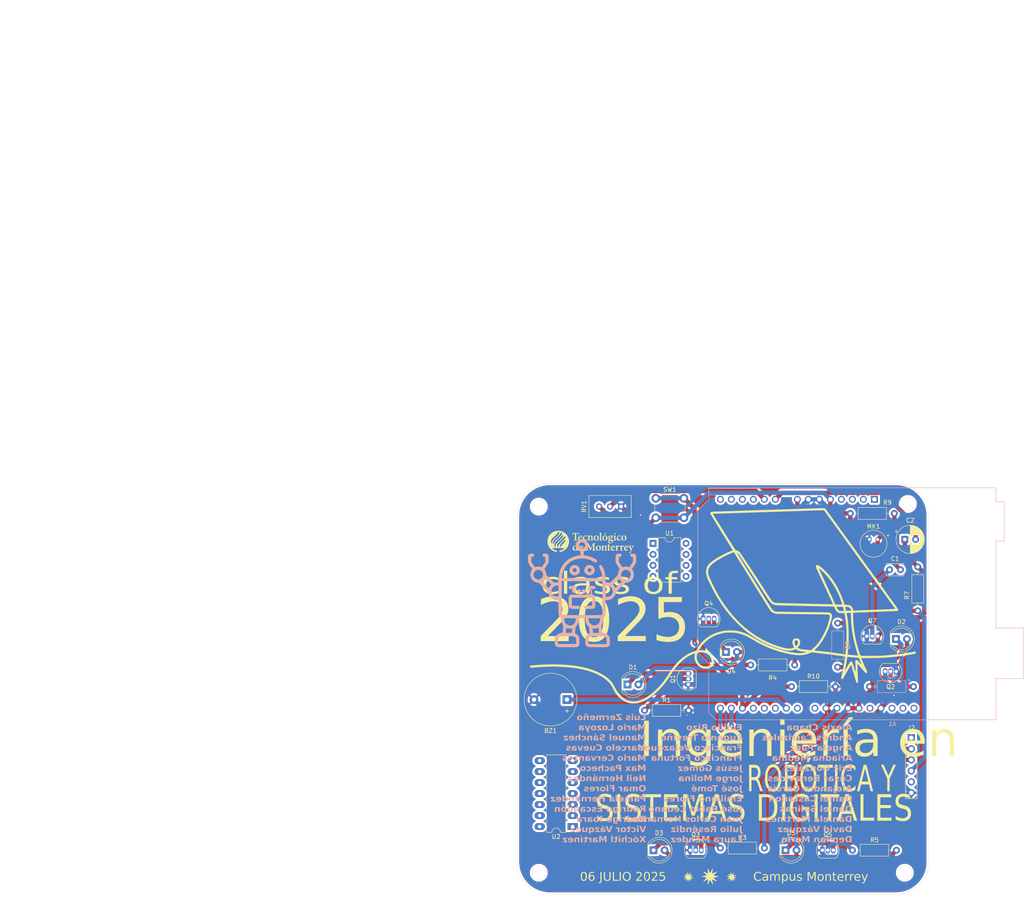
<source format=kicad_pcb>
(kicad_pcb (version 20241229) (generator "pcbnew") (generator_version "9.0")
  (layers (0 "F.Cu" signal) (2 "B.Cu" signal) (13 "F.Paste" user) (15 "B.Paste" user) (5 "F.SilkS" user "F.Silkscreen") (7 "B.SilkS" user "B.Silkscreen") (1 "F.Mask" user) (3 "B.Mask" user) (25 "Edge.Cuts" user))
  (net 0 "")
  (net 12 "Net-(A1-+5V)")
  (net 13 "GND")
  (net 14 "Net-(A1-A0)")
  (net 15 "Net-(A1-D1{slash}TX)")
  (net 16 "Net-(A1-D5)")
  (net 17 "/LEDSchem/PinName")
  (net 18 "Net-(A1-3V3)")
  (net 19 "Net-(A1-A1)")
  (net 20 "/LEDSchem5/PinName")
  (net 21 "/LEDSchem2/PinName")
  (net 22 "Net-(A1-D2)")
  (net 23 "Net-(A1-D6)")
  (net 24 "Net-(A1-~{RESET})")
  (net 25 "Net-(A1-IOREF)")
  (net 26 "Net-(A1-D0{slash}RX)")
  (net 27 "Net-(Q7-B)")
  (net 28 "Net-(MK1-+)")
  (net 29 "Net-(Q7-C)")
  (net 30 "Net-(D1-K)")
  (net 31 "Net-(D2-K)")
  (net 32 "Net-(D3-K)")
  (net 33 "Net-(D4-K)")
  (net 34 "Net-(D5-K)")
  (net 37 "Net-(Q1-B)")
  (net 38 "Net-(Q2-B)")
  (net 39 "Net-(Q3-B)")
  (net 40 "Net-(Q4-B)")
  (net 41 "Net-(Q5-B)")
  (footprint "Resistor_THT:R_Axial_DIN0207_L6.3mm_D2.5mm_P10.16mm_Horizontal" (layer "F.Cu") (at 94.42 102.5)
    (property "Reference" "R1" (at 5.08 -2.37 0) (layer "F.SilkS"))
    (property "Value" "R")
    (pad "1" thru_hole circle (at 0 0) (size 1.6 1.6) (drill 0.8) (layers "*.Cu" "*.Mask") (net 37 "Net-(Q1-B)"))
    (pad "2" thru_hole oval (at 10.16 0) (size 1.6 1.6) (drill 0.8) (layers "*.Cu" "*.Mask") (net 13 "GND"))
  )
  (footprint "LED_THT:LED_D5.0mm" (layer "F.Cu") (at 113.2 89)
    (property "Reference" "D4" (at 1.27 4.5 0) (layer "F.SilkS"))
    (property "Value" "LED")
    (pad "1" thru_hole rect (at 0 0) (size 1.8 1.8) (drill 0.9) (layers "*.Cu" "*.Mask") (net 33 "Net-(D4-K)"))
    (pad "2" thru_hole circle (at 2.54 0) (size 1.8 1.8) (drill 0.9) (layers "*.Cu" "*.Mask") (net 17 "/LEDSchem/PinName"))
  )
  (footprint "Resistor_THT:R_Axial_DIN0207_L6.3mm_D2.5mm_P10.16mm_Horizontal" (layer "F.Cu") (at 141.92 57)
    (property "Reference" "R9" (at 8.58 -2.5 0) (layer "F.SilkS"))
    (property "Value" "R")
    (pad "1" thru_hole circle (at 0 0) (size 1.6 1.6) (drill 0.8) (layers "*.Cu" "*.Mask") (net 12 "Net-(A1-+5V)"))
    (pad "2" thru_hole oval (at 10.16 0) (size 1.6 1.6) (drill 0.8) (layers "*.Cu" "*.Mask") (net 28 "Net-(MK1-+)"))
  )
  (footprint "LOGO" (layer "F.Cu") (at 82 63.6)
    (property "Reference" "G***" (hide yes))
    (property "Value" "LOGO" (hide yes))
  )
  (footprint "Resistor_THT:R_Axial_DIN0207_L6.3mm_D2.5mm_P10.16mm_Horizontal" (layer "F.Cu") (at 142.42 134.8)
    (property "Reference" "R5" (at 5.08 -2.37 0) (layer "F.SilkS"))
    (property "Value" "R")
    (pad "1" thru_hole circle (at 0 0) (size 1.6 1.6) (drill 0.8) (layers "*.Cu" "*.Mask") (net 41 "Net-(Q5-B)"))
    (pad "2" thru_hole oval (at 10.16 0) (size 1.6 1.6) (drill 0.8) (layers "*.Cu" "*.Mask") (net 17 "/LEDSchem/PinName"))
  )
  (footprint "Resistor_THT:R_Axial_DIN0207_L6.3mm_D2.5mm_P10.16mm_Horizontal" (layer "F.Cu") (at 128.34 97)
    (property "Reference" "R10" (at 5.08 -2.37 0) (layer "F.SilkS"))
    (property "Value" "R")
    (pad "1" thru_hole circle (at 0 0) (size 1.6 1.6) (drill 0.8) (layers "*.Cu" "*.Mask") (net 22 "Net-(A1-D2)"))
    (pad "2" thru_hole oval (at 10.16 0) (size 1.6 1.6) (drill 0.8) (layers "*.Cu" "*.Mask") (net 13 "GND"))
  )
  (footprint "Sensor_Audio:POM-2244P-C3310-2-R" (layer "F.Cu") (at 146.3325 63)
    (property "Reference" "MK1" (at 0.95 -3 0) (layer "F.SilkS"))
    (property "Value" "Microphone")
    (pad "1" thru_hole roundrect (at 0 0) (size 1 1) (drill 0.65) (layers "*.Cu" "*.Mask") (net 13 "GND"))
    (pad "2" thru_hole circle (at 1.9 0) (size 1 1) (drill 0.65) (layers "*.Cu" "*.Mask") (net 28 "Net-(MK1-+)"))
  )
  (footprint "Package_TO_SOT_THT:TO-92_Inline" (layer "F.Cu") (at 152.5 93.5 180)
    (property "Reference" "Q2" (at 1.27 -3.56 0) (layer "F.SilkS"))
    (property "Value" "2N2219")
    (pad "1" thru_hole rect (at 0 0 180) (size 1.05 1.5) (drill 0.75) (layers "*.Cu" "*.Mask") (net 13 "GND"))
    (pad "2" thru_hole oval (at 1.27 0 180) (size 1.05 1.5) (drill 0.75) (layers "*.Cu" "*.Mask") (net 38 "Net-(Q2-B)"))
    (pad "3" thru_hole oval (at 2.54 0 180) (size 1.05 1.5) (drill 0.75) (layers "*.Cu" "*.Mask") (net 31 "Net-(D2-K)"))
  )
  (footprint "Package_TO_SOT_THT:TO-92_Inline" (layer "F.Cu") (at 104.5 96.5 90)
    (property "Reference" "Q1" (at 1.27 -3.56 90) (layer "F.SilkS"))
    (property "Value" "2N2219")
    (pad "1" thru_hole rect (at 0 0 90) (size 1.05 1.5) (drill 0.75) (layers "*.Cu" "*.Mask") (net 13 "GND"))
    (pad "2" thru_hole oval (at 1.27 0 90) (size 1.05 1.5) (drill 0.75) (layers "*.Cu" "*.Mask") (net 37 "Net-(Q1-B)"))
    (pad "3" thru_hole oval (at 2.54 0 90) (size 1.05 1.5) (drill 0.75) (layers "*.Cu" "*.Mask") (net 30 "Net-(D1-K)"))
  )
  (footprint "Capacitor_THT:C_Disc_D3.8mm_W2.6mm_P2.50mm" (layer "F.Cu") (at 151 70)
    (property "Reference" "C1" (at 1.25 -2.55 0) (layer "F.SilkS"))
    (property "Value" "C_ceramico")
    (pad "1" thru_hole circle (at 0 0) (size 1.6 1.6) (drill 0.8) (layers "*.Cu" "*.Mask") (net 27 "Net-(Q7-B)"))
    (pad "2" thru_hole circle (at 2.5 0) (size 1.6 1.6) (drill 0.8) (layers "*.Cu" "*.Mask") (net 28 "Net-(MK1-+)"))
  )
  (footprint "Package_DIP:DIP-8_W7.62mm" (layer "F.Cu") (at 96.38 63.92)
    (property "Reference" "U1" (at 3.81 -2.33 0) (layer "F.SilkS"))
    (property "Value" "LM358")
    (pad "1" thru_hole rect (at 0 0) (size 1.6 1.6) (drill 0.8) (layers "*.Cu" "*.Mask"))
    (pad "2" thru_hole oval (at 0 2.54) (size 1.6 1.6) (drill 0.8) (layers "*.Cu" "*.Mask"))
    (pad "3" thru_hole oval (at 0 5.08) (size 1.6 1.6) (drill 0.8) (layers "*.Cu" "*.Mask"))
    (pad "4" thru_hole oval (at 0 7.62) (size 1.6 1.6) (drill 0.8) (layers "*.Cu" "*.Mask"))
    (pad "5" thru_hole oval (at 7.62 7.62) (size 1.6 1.6) (drill 0.8) (layers "*.Cu" "*.Mask"))
    (pad "6" thru_hole oval (at 7.62 5.08) (size 1.6 1.6) (drill 0.8) (layers "*.Cu" "*.Mask"))
    (pad "7" thru_hole oval (at 7.62 2.54) (size 1.6 1.6) (drill 0.8) (layers "*.Cu" "*.Mask"))
    (pad "8" thru_hole oval (at 7.62 0) (size 1.6 1.6) (drill 0.8) (layers "*.Cu" "*.Mask"))
  )
  (footprint "LED_THT:LED_D5.0mm" (layer "F.Cu") (at 152.46 86)
    (property "Reference" "D2" (at 1.27 -3.96 0) (layer "F.SilkS"))
    (property "Value" "LED")
    (pad "1" thru_hole rect (at 0 0) (size 1.8 1.8) (drill 0.9) (layers "*.Cu" "*.Mask") (net 31 "Net-(D2-K)"))
    (pad "2" thru_hole circle (at 2.54 0) (size 1.8 1.8) (drill 0.9) (layers "*.Cu" "*.Mask") (net 17 "/LEDSchem/PinName"))
  )
  (footprint "Package_TO_SOT_THT:TO-92_Inline" (layer "F.Cu") (at 145.73 85.36)
    (property "Reference" "Q7" (at 1.27 -3.56 0) (layer "F.SilkS"))
    (property "Value" "2N2219")
    (pad "1" thru_hole rect (at 0 0) (size 1.05 1.5) (drill 0.75) (layers "*.Cu" "*.Mask") (net 13 "GND"))
    (pad "2" thru_hole oval (at 1.27 0) (size 1.05 1.5) (drill 0.75) (layers "*.Cu" "*.Mask") (net 27 "Net-(Q7-B)"))
    (pad "3" thru_hole oval (at 2.54 0) (size 1.05 1.5) (drill 0.75) (layers "*.Cu" "*.Mask") (net 29 "Net-(Q7-C)"))
  )
  (footprint "LED_THT:LED_D5.0mm" (layer "F.Cu") (at 90.46 96.5)
    (property "Reference" "D1" (at 1.27 -3.96 0) (layer "F.SilkS"))
    (property "Value" "LED")
    (pad "1" thru_hole rect (at 0 0) (size 1.8 1.8) (drill 0.9) (layers "*.Cu" "*.Mask") (net 30 "Net-(D1-K)"))
    (pad "2" thru_hole circle (at 2.54 0) (size 1.8 1.8) (drill 0.9) (layers "*.Cu" "*.Mask") (net 17 "/LEDSchem/PinName"))
  )
  (footprint "Package_DIP:DIP-14_W7.62mm_LongPads" (layer "F.Cu") (at 77.82 129.34 180)
    (property "Reference" "U2" (at 3.81 -2.33 0) (layer "F.SilkS"))
    (property "Value" "74LS08")
    (pad "1" thru_hole rect (at 0 0 180) (size 2.4 1.6) (drill 0.8) (layers "*.Cu" "*.Mask"))
    (pad "2" thru_hole oval (at 0 2.54 180) (size 2.4 1.6) (drill 0.8) (layers "*.Cu" "*.Mask"))
    (pad "3" thru_hole oval (at 0 5.08 180) (size 2.4 1.6) (drill 0.8) (layers "*.Cu" "*.Mask"))
    (pad "4" thru_hole oval (at 0 7.62 180) (size 2.4 1.6) (drill 0.8) (layers "*.Cu" "*.Mask"))
    (pad "5" thru_hole oval (at 0 10.16 180) (size 2.4 1.6) (drill 0.8) (layers "*.Cu" "*.Mask"))
    (pad "6" thru_hole oval (at 0 12.7 180) (size 2.4 1.6) (drill 0.8) (layers "*.Cu" "*.Mask"))
    (pad "7" thru_hole oval (at 0 15.24 180) (size 2.4 1.6) (drill 0.8) (layers "*.Cu" "*.Mask"))
    (pad "8" thru_hole oval (at 7.62 15.24 180) (size 2.4 1.6) (drill 0.8) (layers "*.Cu" "*.Mask"))
    (pad "9" thru_hole oval (at 7.62 12.7 180) (size 2.4 1.6) (drill 0.8) (layers "*.Cu" "*.Mask"))
    (pad "10" thru_hole oval (at 7.62 10.16 180) (size 2.4 1.6) (drill 0.8) (layers "*.Cu" "*.Mask"))
    (pad "11" thru_hole oval (at 7.62 7.62 180) (size 2.4 1.6) (drill 0.8) (layers "*.Cu" "*.Mask"))
    (pad "12" thru_hole oval (at 7.62 5.08 180) (size 2.4 1.6) (drill 0.8) (layers "*.Cu" "*.Mask"))
    (pad "13" thru_hole oval (at 7.62 2.54 180) (size 2.4 1.6) (drill 0.8) (layers "*.Cu" "*.Mask"))
    (pad "14" thru_hole oval (at 7.62 0 180) (size 2.4 1.6) (drill 0.8) (layers "*.Cu" "*.Mask"))
  )
  (footprint "LED_THT:LED_D5.0mm" (layer "F.Cu") (at 96.5 134.8)
    (property "Reference" "D3" (at 1.27 -3.96 0) (layer "F.SilkS"))
    (property "Value" "LED")
    (pad "1" thru_hole rect (at 0 0) (size 1.8 1.8) (drill 0.9) (layers "*.Cu" "*.Mask") (net 32 "Net-(D3-K)"))
    (pad "2" thru_hole circle (at 2.54 0) (size 1.8 1.8) (drill 0.9) (layers "*.Cu" "*.Mask") (net 17 "/LEDSchem/PinName"))
  )
  (footprint "Potentiometer_THT:Potentiometer_Bourns_3386C_Horizontal" (layer "F.Cu") (at 83.92 55.4 90)
    (property "Reference" "RV1" (at 0 -3.475 90) (layer "F.SilkS"))
    (property "Value" "R_Potentiometer")
    (pad "1" thru_hole circle (at 0 0 90) (size 1.44 1.44) (drill 0.8) (layers "*.Cu" "*.Mask") (net 12 "Net-(A1-+5V)"))
    (pad "2" thru_hole circle (at 0 2.54 90) (size 1.44 1.44) (drill 0.8) (layers "*.Cu" "*.Mask") (net 19 "Net-(A1-A1)"))
    (pad "3" thru_hole circle (at 0 5.08 90) (size 1.44 1.44) (drill 0.8) (layers "*.Cu" "*.Mask") (net 13 "GND"))
  )
  (footprint "Package_TO_SOT_THT:TO-92_Inline" (layer "F.Cu") (at 135.46 134.8)
    (property "Reference" "Q5" (at 1.27 -3.56 0) (layer "F.SilkS"))
    (property "Value" "2N2219")
    (pad "1" thru_hole rect (at 0 0) (size 1.05 1.5) (drill 0.75) (layers "*.Cu" "*.Mask") (net 13 "GND"))
    (pad "2" thru_hole oval (at 1.27 0) (size 1.05 1.5) (drill 0.75) (layers "*.Cu" "*.Mask") (net 41 "Net-(Q5-B)"))
    (pad "3" thru_hole oval (at 2.54 0) (size 1.05 1.5) (drill 0.75) (layers "*.Cu" "*.Mask") (net 34 "Net-(D5-K)"))
  )
  (footprint "LOGO" (layer "F.Cu") (at 112.5 77.5)
    (property "Reference" "G***" (hide yes))
    (property "Value" "LOGO" (hide yes))
  )
  (footprint "Connector_PinHeader_2.54mm:PinHeader_1x06_P2.54mm_Vertical" (layer "F.Cu") (at 156 108.84)
    (property "Reference" "J2" (at 0 -2.33 0) (layer "F.SilkS"))
    (property "Value" "FTDI Connector")
    (pad "1" thru_hole rect (at 0 0) (size 1.7 1.7) (drill 1) (layers "*.Cu" "*.Mask"))
    (pad "2" thru_hole oval (at 0 2.54) (size 1.7 1.7) (drill 1) (layers "*.Cu" "*.Mask") (net 15 "Net-(A1-D1{slash}TX)"))
    (pad "3" thru_hole oval (at 0 5.08) (size 1.7 1.7) (drill 1) (layers "*.Cu" "*.Mask") (net 26 "Net-(A1-D0{slash}RX)"))
    (pad "4" thru_hole oval (at 0 7.62) (size 1.7 1.7) (drill 1) (layers "*.Cu" "*.Mask") (net 12 "Net-(A1-+5V)"))
    (pad "5" thru_hole oval (at 0 10.16) (size 1.7 1.7) (drill 1) (layers "*.Cu" "*.Mask"))
    (pad "6" thru_hole oval (at 0 12.7) (size 1.7 1.7) (drill 1) (layers "*.Cu" "*.Mask") (net 13 "GND"))
  )
  (footprint "Package_TO_SOT_THT:TO-92_Inline" (layer "F.Cu") (at 104.96 134.8)
    (property "Reference" "Q3" (at 1.27 -3.56 0) (layer "F.SilkS"))
    (property "Value" "2N2219")
    (pad "1" thru_hole rect (at 0 0) (size 1.05 1.5) (drill 0.75) (layers "*.Cu" "*.Mask") (net 13 "GND"))
    (pad "2" thru_hole oval (at 1.27 0) (size 1.05 1.5) (drill 0.75) (layers "*.Cu" "*.Mask") (net 39 "Net-(Q3-B)"))
    (pad "3" thru_hole oval (at 2.54 0) (size 1.05 1.5) (drill 0.75) (layers "*.Cu" "*.Mask") (net 32 "Net-(D3-K)"))
  )
  (footprint "Resistor_THT:R_Axial_DIN0207_L6.3mm_D2.5mm_P10.16mm_Horizontal" (layer "F.Cu") (at 111.92 134.3)
    (property "Reference" "R3" (at 5.08 -2.37 0) (layer "F.SilkS"))
    (property "Value" "R")
    (pad "1" thru_hole circle (at 0 0) (size 1.6 1.6) (drill 0.8) (layers "*.Cu" "*.Mask") (net 39 "Net-(Q3-B)"))
    (pad "2" thru_hole oval (at 10.16 0) (size 1.6 1.6) (drill 0.8) (layers "*.Cu" "*.Mask") (net 21 "/LEDSchem2/PinName"))
  )
  (footprint "LOGO" (layer "F.Cu") (at 109.5 142.2)
    (property "Reference" "G***" (hide yes))
    (property "Value" "LOGO" (hide yes))
  )
  (footprint "Buzzer_Beeper:Buzzer_12x9.5RM7.6" (layer "F.Cu") (at 76.5 100 180)
    (property "Reference" "BZ1" (at 3.8 -7.2 0) (layer "F.SilkS"))
    (property "Value" "Buzzer")
    (fp_text user "+" (at -0.01 -2.54 0) (layer "F.SilkS"))
    (pad "1" thru_hole rect (at 0 0 180) (size 2 2) (drill 1) (layers "*.Cu" "*.Mask") (net 23 "Net-(A1-D6)"))
    (pad "2" thru_hole circle (at 7.6 0 180) (size 2 2) (drill 1) (layers "*.Cu" "*.Mask") (net 13 "GND"))
  )
  (footprint "Button_Switch_THT:SW_PUSH_6mm" (layer "F.Cu") (at 97 53.5)
    (property "Reference" "SW1" (at 3.25 -2 0) (layer "F.SilkS"))
    (property "Value" "SW_Push")
    (pad "1" thru_hole circle (at 0 0 90) (size 2 2) (drill 1.1) (layers "*.Cu" "*.Mask") (net 22 "Net-(A1-D2)"))
    (pad "1" thru_hole circle (at 6.5 0 90) (size 2 2) (drill 1.1) (layers "*.Cu" "*.Mask") (net 22 "Net-(A1-D2)"))
    (pad "2" thru_hole circle (at 0 4.5 90) (size 2 2) (drill 1.1) (layers "*.Cu" "*.Mask") (net 12 "Net-(A1-+5V)"))
    (pad "2" thru_hole circle (at 6.5 4.5 90) (size 2 2) (drill 1.1) (layers "*.Cu" "*.Mask") (net 12 "Net-(A1-+5V)"))
  )
  (footprint "Resistor_THT:R_Axial_DIN0207_L6.3mm_D2.5mm_P10.16mm_Horizontal" (layer "F.Cu") (at 157.5 79.5 90)
    (property "Reference" "R7" (at 3.58 -2.5 90) (layer "F.SilkS"))
    (property "Value" "R")
    (pad "1" thru_hole circle (at 0 0 90) (size 1.6 1.6) (drill 0.8) (layers "*.Cu" "*.Mask") (net 12 "Net-(A1-+5V)"))
    (pad "2" thru_hole oval (at 10.16 0 90) (size 1.6 1.6) (drill 0.8) (layers "*.Cu" "*.Mask") (net 29 "Net-(Q7-C)"))
  )
  (footprint "LED_THT:LED_D5.0mm" (layer "F.Cu") (at 126.96 134.8)
    (property "Reference" "D5" (at 1.27 -3.96 0) (layer "F.SilkS"))
    (property "Value" "LED")
    (pad "1" thru_hole rect (at 0 0) (size 1.8 1.8) (drill 0.9) (layers "*.Cu" "*.Mask") (net 34 "Net-(D5-K)"))
    (pad "2" thru_hole circle (at 2.54 0) (size 1.8 1.8) (drill 0.9) (layers "*.Cu" "*.Mask") (net 17 "/LEDSchem/PinName"))
  )
  (footprint "Capacitor_THT:CP_Radial_D6.3mm_P2.50mm" (layer "F.Cu") (at 154.5 63)
    (property "Reference" "C2" (at 1.25 -4.4 0) (layer "F.SilkS"))
    (property "Value" "C_Polarized")
    (pad "1" thru_hole rect (at 0 0) (size 1.6 1.6) (drill 0.8) (layers "*.Cu" "*.Mask") (net 29 "Net-(Q7-C)"))
    (pad "2" thru_hole circle (at 2.5 0) (size 1.6 1.6) (drill 0.8) (layers "*.Cu" "*.Mask") (net 14 "Net-(A1-A0)"))
  )
  (footprint "Resistor_THT:R_Axial_DIN0207_L6.3mm_D2.5mm_P10.16mm_Horizontal" (layer "F.Cu") (at 118.92 92)
    (property "Reference" "R4" (at 5.08 3 0) (layer "F.SilkS"))
    (property "Value" "R")
    (pad "1" thru_hole circle (at 0 0) (size 1.6 1.6) (drill 0.8) (layers "*.Cu" "*.Mask") (net 40 "Net-(Q4-B)"))
    (pad "2" thru_hole oval (at 10.16 0) (size 1.6 1.6) (drill 0.8) (layers "*.Cu" "*.Mask") (net 17 "/LEDSchem/PinName"))
  )
  (footprint "Package_TO_SOT_THT:TO-92_Inline" (layer "F.Cu") (at 107.96 81.36)
    (property "Reference" "Q4" (at 1.27 -3.56 0) (layer "F.SilkS"))
    (property "Value" "2N2219")
    (pad "1" thru_hole rect (at 0 0) (size 1.05 1.5) (drill 0.75) (layers "*.Cu" "*.Mask") (net 13 "GND"))
    (pad "2" thru_hole oval (at 1.27 0) (size 1.05 1.5) (drill 0.75) (layers "*.Cu" "*.Mask") (net 40 "Net-(Q4-B)"))
    (pad "3" thru_hole oval (at 2.54 0) (size 1.05 1.5) (drill 0.75) (layers "*.Cu" "*.Mask") (net 33 "Net-(D4-K)"))
  )
  (footprint "LOGO" (layer "B.Cu") (at 80 75.4 180)
    (property "Reference" "G***" (at 0 0 0) (layer "B.SilkS") (effects (font (size 1.5 1.5) (thickness 0.3)) (justify mirror)))
    (property "Value" "LOGO" (hide yes))
  )
  (footprint "Resistor_THT:R_Axial_DIN0207_L6.3mm_D2.5mm_P10.16mm_Horizontal" (layer "B.Cu") (at 139 92.5 90)
    (property "Reference" "R8" (at 5.08 2.37 90) (layer "B.SilkS") (effects (justify mirror)))
    (property "Value" "R")
    (pad "1" thru_hole circle (at 0 0 90) (size 1.6 1.6) (drill 0.8) (layers "*.Cu" "*.Mask") (net 29 "Net-(Q7-C)"))
    (pad "2" thru_hole oval (at 10.16 0 90) (size 1.6 1.6) (drill 0.8) (layers "*.Cu" "*.Mask") (net 27 "Net-(Q7-B)"))
  )
  (footprint "Resistor_THT:R_Axial_DIN0207_L6.3mm_D2.5mm_P10.16mm_Horizontal" (layer "B.Cu") (at 156.5 97 180)
    (property "Reference" "R2" (at 5.08 2.37 0) (layer "B.SilkS") (effects (justify mirror)))
    (property "Value" "R")
    (pad "1" thru_hole circle (at 0 0 180) (size 1.6 1.6) (drill 0.8) (layers "*.Cu" "*.Mask") (net 38 "Net-(Q2-B)"))
    (pad "2" thru_hole oval (at 10.16 0 180) (size 1.6 1.6) (drill 0.8) (layers "*.Cu" "*.Mask") (net 17 "/LEDSchem/PinName"))
  )
  (footprint "Module:Arduino_UNO_R3" (layer "B.Cu") (at 147.48 53.74 180)
    (property "Reference" "A1" (at -4.12 -51.86 0) (layer "B.SilkS") (effects (justify mirror)))
    (property "Value" "Arduino_UNO_R3")
    (pad "1" thru_hole rect (at 0 0 90) (size 1.6 1.6) (drill 1) (layers "*.Cu" "*.Mask"))
    (pad "2" thru_hole oval (at 2.54 0 90) (size 1.6 1.6) (drill 1) (layers "*.Cu" "*.Mask") (net 25 "Net-(A1-IOREF)"))
    (pad "3" thru_hole oval (at 5.08 0 90) (size 1.6 1.6) (drill 1) (layers "*.Cu" "*.Mask") (net 24 "Net-(A1-~{RESET})"))
    (pad "4" thru_hole oval (at 7.62 0 90) (size 1.6 1.6) (drill 1) (layers "*.Cu" "*.Mask") (net 18 "Net-(A1-3V3)"))
    (pad "5" thru_hole oval (at 10.16 0 90) (size 1.6 1.6) (drill 1) (layers "*.Cu" "*.Mask") (net 12 "Net-(A1-+5V)"))
    (pad "6" thru_hole oval (at 12.7 0 90) (size 1.6 1.6) (drill 1) (layers "*.Cu" "*.Mask") (net 13 "GND"))
    (pad "7" thru_hole oval (at 15.24 0 90) (size 1.6 1.6) (drill 1) (layers "*.Cu" "*.Mask") (net 13 "GND"))
    (pad "8" thru_hole oval (at 17.78 0 90) (size 1.6 1.6) (drill 1) (layers "*.Cu" "*.Mask") (net 17 "/LEDSchem/PinName"))
    (pad "9" thru_hole oval (at 22.86 0 90) (size 1.6 1.6) (drill 1) (layers "*.Cu" "*.Mask") (net 14 "Net-(A1-A0)"))
    (pad "10" thru_hole oval (at 25.4 0 90) (size 1.6 1.6) (drill 1) (layers "*.Cu" "*.Mask") (net 19 "Net-(A1-A1)"))
    (pad "11" thru_hole oval (at 27.94 0 90) (size 1.6 1.6) (drill 1) (layers "*.Cu" "*.Mask"))
    (pad "12" thru_hole oval (at 30.48 0 90) (size 1.6 1.6) (drill 1) (layers "*.Cu" "*.Mask"))
    (pad "13" thru_hole oval (at 33.02 0 90) (size 1.6 1.6) (drill 1) (layers "*.Cu" "*.Mask"))
    (pad "14" thru_hole oval (at 35.56 0 90) (size 1.6 1.6) (drill 1) (layers "*.Cu" "*.Mask"))
    (pad "15" thru_hole oval (at 35.56 -48.26 90) (size 1.6 1.6) (drill 1) (layers "*.Cu" "*.Mask") (net 26 "Net-(A1-D0{slash}RX)"))
    (pad "16" thru_hole oval (at 33.02 -48.26 90) (size 1.6 1.6) (drill 1) (layers "*.Cu" "*.Mask") (net 15 "Net-(A1-D1{slash}TX)"))
    (pad "17" thru_hole oval (at 30.48 -48.26 90) (size 1.6 1.6) (drill 1) (layers "*.Cu" "*.Mask") (net 22 "Net-(A1-D2)"))
    (pad "18" thru_hole oval (at 27.94 -48.26 90) (size 1.6 1.6) (drill 1) (layers "*.Cu" "*.Mask"))
    (pad "19" thru_hole oval (at 25.4 -48.26 90) (size 1.6 1.6) (drill 1) (layers "*.Cu" "*.Mask"))
    (pad "20" thru_hole oval (at 22.86 -48.26 90) (size 1.6 1.6) (drill 1) (layers "*.Cu" "*.Mask") (net 16 "Net-(A1-D5)"))
    (pad "21" thru_hole oval (at 20.32 -48.26 90) (size 1.6 1.6) (drill 1) (layers "*.Cu" "*.Mask") (net 23 "Net-(A1-D6)"))
    (pad "22" thru_hole oval (at 17.78 -48.26 90) (size 1.6 1.6) (drill 1) (layers "*.Cu" "*.Mask"))
    (pad "23" thru_hole oval (at 13.72 -48.26 90) (size 1.6 1.6) (drill 1) (layers "*.Cu" "*.Mask") (net 17 "/LEDSchem/PinName"))
    (pad "24" thru_hole oval (at 11.18 -48.26 90) (size 1.6 1.6) (drill 1) (layers "*.Cu" "*.Mask") (net 13 "GND"))
    (pad "25" thru_hole oval (at 8.64 -48.26 90) (size 1.6 1.6) (drill 1) (layers "*.Cu" "*.Mask") (net 21 "/LEDSchem2/PinName"))
    (pad "26" thru_hole oval (at 6.1 -48.26 90) (size 1.6 1.6) (drill 1) (layers "*.Cu" "*.Mask") (net 17 "/LEDSchem/PinName"))
    (pad "27" thru_hole oval (at 3.56 -48.26 90) (size 1.6 1.6) (drill 1) (layers "*.Cu" "*.Mask") (net 17 "/LEDSchem/PinName"))
    (pad "28" thru_hole oval (at 1.02 -48.26 90) (size 1.6 1.6) (drill 1) (layers "*.Cu" "*.Mask") (net 20 "/LEDSchem5/PinName"))
    (pad "29" thru_hole oval (at -1.52 -48.26 90) (size 1.6 1.6) (drill 1) (layers "*.Cu" "*.Mask") (net 13 "GND"))
    (pad "30" thru_hole oval (at -4.06 -48.26 90) (size 1.6 1.6) (drill 1) (layers "*.Cu" "*.Mask"))
    (pad "31" thru_hole oval (at -6.6 -48.26 90) (size 1.6 1.6) (drill 1) (layers "*.Cu" "*.Mask"))
    (pad "32" thru_hole oval (at -9.14 -48.26 90) (size 1.6 1.6) (drill 1) (layers "*.Cu" "*.Mask"))
  )
  (gr_circle (center 70 140) (end 71.5 140.5) (stroke (width 0.05)) (fill no) (layer "Edge.Cuts"))
  (gr_arc (start 65 57.5) (mid 67.196699 52.196699) (end 72.5 50) (stroke (width 0.05)) (layer "Edge.Cuts"))
  (gr_circle (center 154.5 140) (end 156 140.5) (stroke (width 0.05)) (fill no) (layer "Edge.Cuts"))
  (gr_arc (start 72.5 145) (mid 67.196699 142.803301) (end 65 137.5) (stroke (width 0.05)) (layer "Edge.Cuts"))
  (gr_arc (start 152.5 50) (mid 157.803301 52.196699) (end 160 57.5) (stroke (width 0.05)) (layer "Edge.Cuts"))
  (gr_arc (start 160 137.5) (mid 157.803301 142.803301) (end 152.5 145) (stroke (width 0.05)) (layer "Edge.Cuts"))
  (gr_circle (center 155.218861 54.8) (end 156.718861 55.3) (stroke (width 0.05)) (fill no) (layer "Edge.Cuts"))
  (gr_circle (center 70 55.418862) (end 71.5 55.918862) (stroke (width 0.05)) (fill no) (layer "Edge.Cuts"))
  (gr_line (start 65 137.5) (end 65 57.5) (stroke (width 0.05)) (layer "Edge.Cuts"))
  (gr_line (start 160 57.5) (end 160 137.5) (stroke (width 0.05)) (layer "Edge.Cuts"))
  (gr_line (start 152.5 145) (end 72.5 145) (stroke (width 0.05)) (layer "Edge.Cuts"))
  (gr_line (start 72.5 50) (end 152.5 50) (stroke (width 0.05)) (layer "Edge.Cuts"))
  (gr_text "ROBÓTICA Y" (at 118 122.2 0) (layer "F.SilkS") (effects (font (size 6 4) (thickness 0.1)) (justify left bottom)))
  (gr_text "Ingeniería en " (at 93.2 114.4 0) (layer "F.SilkS") (effects (font (size 8 8) (thickness 0.1)) (justify left bottom)))
  (gr_text "class of" (at 70.4 76.4 0) (layer "F.SilkS") (effects (font (size 5 6)) (justify left bottom)))
  (gr_text "06 JULIO 2025" (at 79.5 142.2 0) (layer "F.SilkS") (effects (font (size 2 2) (thickness 0.1)) (justify left bottom)))
  (gr_text "SISTEMAS DIGITALES" (at 83 129 0) (layer "F.SilkS") (effects (font (size 6 5) (thickness 0.1)) (justify left bottom)))
  (gr_text "Campus Monterrey" (at 119.5 142.2 0) (layer "F.SilkS") (effects (font (size 2 2) (thickness 0.1)) (justify left bottom)))
  (gr_text "2025" (at 69.4 88.2 0) (layer "F.SilkS") (effects (font (size 10 10) (thickness 0.1)) (justify left bottom)))
  (gr_text "Luis Zermeño\nMario Lozoya\nManuel Sánchez\nMarcelo Cuevas\nMario Cervantes\nMax Pacheco\nNeil Hernández\nOmar Flores\nPamela Hernández\nRodrigo Escandón\nRodrigo Ibara\nVictor Vázquez\nXóchitl Martínez" (at 94.8 133.2 0) (layer "B.SilkS") (effects (font (size 1.4 1.5) (thickness 0.3) (bold yes)) (justify left bottom mirror)))
  (gr_text "Emilio Rizo\nEugenio Treviño\nFrancisco Velazquez\nFrancisco Fortuna\nJesús Gómez\nJorge Molina\nJosé Tomé\nEmiliano Flores\nJosé Pablo Cedano\nJuan Carlos Hernández\nJulio Reséndiz\nLaura Méndez\n" (at 117 133.2 0) (layer "B.SilkS") (effects (font (size 1.4 1.5) (thickness 0.3) (bold yes)) (justify left bottom mirror)))
  (gr_text "Alexis Chapa\nAndrés Carrizales\nÁngela Páez\nAriadna Medina\nEric González\nCésar Benavides\nAlejandro García\nDaniel Castañon\nDaniel Salinas\nDaniela Martínez\nDavid Vázquez\nDemian Marín" (at 142.4 133.2 0) (layer "B.SilkS") (effects (font (size 1.4 1.5) (thickness 0.3) (bold yes)) (justify left bottom mirror)))
  (segment (start 97 58) (end 95.8 59.2) (width 1) (layer "F.Cu") (net 12))
  (segment (start 141.92 67.42) (end 154 79.5) (width 1) (layer "F.Cu") (net 12))
  (segment (start 138.5 57) (end 137.32 55.82) (width 1) (layer "F.Cu") (net 12))
  (segment (start 141.92 57) (end 141.92 67.42) (width 1) (layer "F.Cu") (net 12))
  (segment (start 141.92 57) (end 138.5 57) (width 1) (layer "F.Cu") (net 12))
  (segment (start 95.8 59.2) (end 87.72 59.2) (width 1) (layer "F.Cu") (net 12))
  (segment (start 154 79.5) (end 157.5 79.5) (width 1) (layer "F.Cu") (net 12))
  (segment (start 137.32 55.82) (end 137.32 53.74) (width 1) (layer "F.Cu") (net 12))
  (segment (start 87.72 59.2) (end 83.92 55.4) (width 1) (layer "F.Cu") (net 12))
  (segment (start 159 113.46) (end 159 81) (width 1) (layer "B.Cu") (net 12))
  (segment (start 103.5 58) (end 97 58) (width 1) (layer "B.Cu") (net 12))
  (segment (start 109.26 52.24) (end 103.5 58) (width 1) (layer "B.Cu") (net 12))
  (segment (start 137.32 53.74) (end 135.82 52.24) (width 1) (layer "B.Cu") (net 12))
  (segment (start 156 116.46) (end 159 113.46) (width 1) (layer "B.Cu") (net 12))
  (segment (start 159 81) (end 157.5 79.5) (width 1) (layer "B.Cu") (net 12))
  (segment (start 135.82 52.24) (end 109.26 52.24) (width 1) (layer "B.Cu") (net 12))
  (segment (start 137.8 103.5) (end 147.5 103.5) (width 1) (layer "F.Cu") (net 13))
  (segment (start 138.5 99.8) (end 136.3 102) (width 1) (layer "F.Cu") (net 13))
  (segment (start 155.5 95.5) (end 154.5 95.5) (width 1) (layer "F.Cu") (net 13))
  (segment (start 107.96 94.79) (end 106.25 96.5) (width 1) (layer "F.Cu") (net 13))
  (segment (start 93.5 57.4) (end 91 57.4) (width 1) (layer "F.Cu") (net 13))
  (segment (start 106.25 96.5) (end 104.5 96.5) (width 1) (layer "F.Cu") (net 13))
  (segment (start 104.5 102.42) (end 104.58 102.5) (width 1) (layer "F.Cu") (net 13))
  (segment (start 147.5 103.5) (end 149 102) (width 1) (layer "F.Cu") (net 13))
  (segment (start 136.3 102) (end 137.8 103.5) (width 1) (layer "F.Cu") (net 13))
  (segment (start 91 57.4) (end 89 55.4) (width 1) (layer "F.Cu") (net 13))
  (segment (start 154.5 95.5) (end 152.5 93.5) (width 1) (layer "F.Cu") (net 13))
  (segment (start 149 102) (end 152 99) (width 1) (layer "F.Cu") (net 13))
  (segment (start 107.96 81.36) (end 107.96 94.79) (width 1) (layer "F.Cu") (net 13))
  (segment (start 138.5 97) (end 138.5 99.8) (width 1) (layer "F.Cu") (net 13))
  (via (at 152 99) (size 0.6) (drill 0.3) (layers "F.Cu" "B.Cu") (net 13))
  (via (at 155.5 95.5) (size 0.6) (drill 0.3) (layers "F.Cu" "B.Cu") (net 13))
  (via (at 93.5 57.4) (size 0.6) (drill 0.3) (layers "F.Cu" "B.Cu") (net 13))
  (segment (start 135.46 135.487412) (end 136.272588 136.3) (width 1) (layer "B.Cu") (net 13))
  (segment (start 152.5 92.812588) (end 152.5 93.5) (width 1) (layer "B.Cu") (net 13))
  (segment (start 134.78 53.74) (end 132.24 53.74) (width 1) (layer "B.Cu") (net 13))
  (segment (start 146.3325 63) (end 145.73 63.6025) (width 1) (layer "B.Cu") (net 13))
  (segment (start 104.96 102.88) (end 104.58 102.5) (width 1) (layer "B.Cu") (net 13))
  (segment (start 103.08 104) (end 104.58 102.5) (width 1) (layer "B.Cu") (net 13))
  (segment (start 146.744824 87.057412) (end 152.5 92.812588) (width 1) (layer "B.Cu") (net 13))
  (segment (start 156 121.54) (end 149 114.54) (width 1) (layer "B.Cu") (net 13))
  (segment (start 145.8 136.3) (end 145.8 134.34) (width 1) (layer "B.Cu") (net 13))
  (segment (start 135.46 134.8) (end 135.46 135.487412) (width 1) (layer "B.Cu") (net 13))
  (segment (start 104.96 134.8) (end 104.96 102.88) (width 1) (layer "B.Cu") (net 13))
  (segment (start 144.04 63) (end 134.78 53.74) (width 1) (layer "B.Cu") (net 13))
  (segment (start 96 60) (end 125.98 60) (width 1) (layer "B.Cu") (net 13))
  (segment (start 145.8 132.94) (end 145.8 131.74) (width 1) (layer "B.Cu") (net 13))
  (segment (start 136.272588 136.3) (end 146.04 136.3) (width 1) (layer "B.Cu") (net 13))
  (segment (start 145.73 63.6025) (end 145.73 85.36) (width 1) (layer "B.Cu") (net 13))
  (segment (start 145.73 87.057412) (end 146.744824 87.057412) (width 1) (layer "B.Cu") (net 13))
  (segment (start 145.73 85.36) (end 145.73 87.057412) (width 1) (layer "B.Cu") (net 13))
  (segment (start 152 99) (end 155.25 95.75) (width 1) (layer "B.Cu") (net 13))
  (segment (start 125.98 60) (end 132.24 53.74) (width 1) (layer "B.Cu") (net 13))
  (segment (start 146.3325 63) (end 144.04 63) (width 1) (layer "B.Cu") (net 13))
  (segment (start 68.9 100) (end 72.9 104) (width 1) (layer "B.Cu") (net 13))
  (segment (start 155.25 95.75) (end 155.5 95.5) (width 1) (layer "B.Cu") (net 13))
  (segment (start 145.8 134.34) (end 145.8 132.94) (width 1) (layer "B.Cu") (net 13))
  (segment (start 93.5 57.5) (end 96 60) (width 1) (layer "B.Cu") (net 13))
  (segment (start 149 114.54) (end 149 102) (width 1) (layer "B.Cu") (net 13))
  (segment (start 72.9 104) (end 103.08 104) (width 1) (layer "B.Cu") (net 13))
  (segment (start 145.8 131.74) (end 156 121.54) (width 1) (layer "B.Cu") (net 13))
  (segment (start 157 63) (end 157 59.798679) (width 1) (layer "F.Cu") (net 14))
  (segment (start 126.12 52.24) (end 124.62 53.74) (width 1) (layer "F.Cu") (net 14))
  (segment (start 149.441321 52.24) (end 126.12 52.24) (width 1) (layer "F.Cu") (net 14))
  (segment (start 157 59.798679) (end 149.441321 52.24) (width 1) (layer "F.Cu") (net 14))
  (segment (start 156 111.38) (end 119.88 111.38) (width 1) (layer "F.Cu") (net 15))
  (segment (start 119.88 111.38) (end 114.5 106) (width 1) (layer "F.Cu") (net 15))
  (via (at 114.5 106) (size 0.6) (drill 0.3) (layers "F.Cu" "B.Cu") (net 15))
  (segment (start 114.46 105.96) (end 114.5 106) (width 1) (layer "B.Cu") (net 15))
  (segment (start 114.46 102) (end 114.46 105.96) (width 1) (layer "B.Cu") (net 15))
  (segment (start 128.58 89) (end 115.74 89) (width 1) (layer "F.Cu") (net 17))
  (segment (start 143.92 102) (end 143.92 100.58) (width 1) (layer "F.Cu") (net 17))
  (segment (start 147 97.5) (end 147 92) (width 1) (layer "F.Cu") (net 17))
  (segment (start 99.04 134.8) (end 100.64 136.4) (width 1) (layer "F.Cu") (net 17))
  (segment (start 150.98 136.4) (end 129.4 136.4) (width 1) (layer "F.Cu") (net 17))
  (segment (start 155 88) (end 155 86) (width 1) (layer "F.Cu") (net 17))
  (segment (start 151 92) (end 155 88) (width 1) (layer "F.Cu") (net 17))
  (segment (start 129.7 53.74) (end 129.7 75.3) (width 1) (layer "F.Cu") (net 17))
  (segment (start 129.4 136.4) (end 129.5 136.3) (width 1) (layer "F.Cu") (net 17))
  (segment (start 141.38 102) (end 143.92 102) (width 1) (layer "F.Cu") (net 17))
  (segment (start 129.7 75.3) (end 129.08 75.92) (width 1) (layer "F.Cu") (net 17))
  (segment (start 129.08 75.92) (end 129.08 92) (width 1) (layer "F.Cu") (net 17))
  (segment (start 100.64 136.4) (end 129.4 136.4) (width 1) (layer "F.Cu") (net 17))
  (segment (start 147 97.5) (end 146.5 97) (width 1) (layer "F.Cu") (net 17))
  (segment (start 147 92) (end 151 92) (width 1) (layer "F.Cu") (net 17))
  (segment (start 129.5 136.3) (end 129.5 134.8) (width 1) (layer "F.Cu") (net 17))
  (segment (start 129.08 85.458679) (end 141.38 97.758679) (width 1) (layer "F.Cu") (net 17))
  (segment (start 152.58 134.8) (end 150.98 136.4) (width 1) (layer "F.Cu") (net 17))
  (segment (start 146.5 97) (end 146.34 97) (width 1) (layer "F.Cu") (net 17))
  (segment (start 143.92 100.58) (end 147 97.5) (width 1) (layer "F.Cu") (net 17))
  (segment (start 141.38 97.758679) (end 141.38 102) (width 1) (layer "F.Cu") (net 17))
  (segment (start 113.537792 92.735) (end 115.74 90.532792) (width 1) (layer "B.Cu") (net 17))
  (segment (start 93 96.5) (end 96.765 92.735) (width 1) (layer "B.Cu") (net 17))
  (segment (start 115.74 90.532792) (end 115.74 89) (width 1) (layer "B.Cu") (net 17))
  (segment (start 96.765 92.735) (end 113.537792 92.735) (width 1) (layer "B.Cu") (net 17))
  (segment (start 129.5 113.88) (end 141.38 102) (width 1) (layer "B.Cu") (net 17))
  (segment (start 129.5 134.8) (end 129.5 113.88) (width 1) (layer "B.Cu") (net 17))
  (segment (start 120.14 51.8) (end 122.08 53.74) (width 1) (layer "F.Cu") (net 19))
  (segment (start 86.46 55.4) (end 88.66 53.2) (width 1) (layer "F.Cu") (net 19))
  (segment (start 88.66 51.8) (end 120.14 51.8) (width 1) (layer "F.Cu") (net 19))
  (segment (start 88.66 53.2) (end 88.66 51.8) (width 1) (layer "F.Cu") (net 19))
  (segment (start 122.08 134.3) (end 122.08 118.76) (width 1) (layer "B.Cu") (net 21))
  (segment (start 122.08 118.76) (end 138.84 102) (width 1) (layer "B.Cu") (net 21))
  (segment (start 105.95 86.95) (end 106 87) (width 1) (layer "F.Cu") (net 22))
  (segment (start 103.5 53.5) (end 105.95 55.95) (width 1) (layer "F.Cu") (net 22))
  (segment (start 110.5 91.5) (end 117 98) (width 1) (layer "F.Cu") (net 22))
  (segment (start 117 98) (end 117 102) (width 1) (layer "F.Cu") (net 22))
  (segment (start 122 97) (end 117 102) (width 1) (layer "F.Cu") (net 22))
  (segment (start 105.95 55.95) (end 105.95 86.95) (width 1) (layer "F.Cu") (net 22))
  (segment (start 128.34 97) (end 122 97) (width 1) (layer "F.Cu") (net 22))
  (via (at 106 87) (size 0.6) (drill 0.3) (layers "F.Cu" "B.Cu") (net 22))
  (via (at 110.5 91.5) (size 0.6) (drill 0.3) (layers "F.Cu" "B.Cu") (net 22))
  (segment (start 106 87) (end 110.5 91.5) (width 1) (layer "B.Cu") (net 22))
  (segment (start 103.5 53.5) (end 97 53.5) (width 1) (layer "B.Cu") (net 22))
  (segment (start 76.5 100) (end 125.16 100) (width 1) (layer "B.Cu") (net 23))
  (segment (start 125.16 100) (end 127.16 102) (width 1) (layer "B.Cu") (net 23))
  (segment (start 156 113.92) (end 118.92 113.92) (width 1) (layer "F.Cu") (net 26))
  (segment (start 118.92 113.92) (end 112 107) (width 1) (layer "F.Cu") (net 26))
  (via (at 112 107) (size 0.6) (drill 0.3) (layers "F.Cu" "B.Cu") (net 26))
  (segment (start 111.92 106.92) (end 112 107) (width 1) (layer "B.Cu") (net 26))
  (segment (start 111.92 102) (end 111.92 106.92) (width 1) (layer "B.Cu") (net 26))
  (segment (start 147 83.61) (end 147 85.36) (width 1) (layer "F.Cu") (net 27))
  (segment (start 145.73 82.34) (end 147 83.61) (width 1) (layer "F.Cu") (net 27))
  (segment (start 139 82.34) (end 145.73 82.34) (width 1) (layer "F.Cu") (net 27))
  (segment (start 147 74) (end 147 85.36) (width 1) (layer "B.Cu") (net 27))
  (segment (start 151 70) (end 147 74) (width 1) (layer "B.Cu") (net 27))
  (segment (start 148.2325 63) (end 148.2325 64.7325) (width 1) (layer "F.Cu") (net 28))
  (segment (start 148.2325 64.7325) (end 153.5 70) (width 1) (layer "F.Cu") (net 28))
  (segment (start 152.08 59.1525) (end 148.2325 63) (width 1) (layer "F.Cu") (net 28))
  (segment (start 152.08 57) (end 152.08 59.1525) (width 1) (layer "F.Cu") (net 28))
  (segment (start 159 80.121321) (end 159 70.84) (width 1) (layer "F.Cu") (net 29))
  (segment (start 154.5 66.34) (end 157.5 69.34) (width 1) (layer "F.Cu") (net 29))
  (segment (start 154.5 63) (end 154.5 66.34) (width 1) (layer "F.Cu") (net 29))
  (segment (start 159 70.84) (end 157.5 69.34) (width 1) (layer "F.Cu") (net 29))
  (segment (start 142.88 92.5) (end 148.27 87.11) (width 1) (layer "F.Cu") (net 29))
  (segment (start 158.121321 81) (end 159 80.121321) (width 1) (layer "F.Cu") (net 29))
  (segment (start 152.63 81) (end 158.121321 81) (width 1) (layer "F.Cu") (net 29))
  (segment (start 148.27 87.11) (end 148.27 85.36) (width 1) (layer "F.Cu") (net 29))
  (segment (start 148.27 85.36) (end 152.63 81) (width 1) (layer "F.Cu") (net 29))
  (segment (start 139 92.5) (end 142.88 92.5) (width 1) (layer "F.Cu") (net 29))
  (segment (start 93 93.96) (end 90.46 96.5) (width 1) (layer "F.Cu") (net 30))
  (segment (start 104.5 93.96) (end 93 93.96) (width 1) (layer "F.Cu") (net 30))
  (segment (start 153.725 94.95) (end 153.675 95) (width 1) (layer "B.Cu") (net 31))
  (segment (start 153.675 95) (end 150 95) (width 1) (layer "B.Cu") (net 31))
  (segment (start 149.96 94.96) (end 149.96 93.5) (width 1) (layer "B.Cu") (net 31))
  (segment (start 152.46 86) (end 153.725 87.265) (width 1) (layer "B.Cu") (net 31))
  (segment (start 150 95) (end 149.96 94.96) (width 1) (layer "B.Cu") (net 31))
  (segment (start 153.725 87.265) (end 153.725 94.95) (width 1) (layer "B.Cu") (net 31))
  (segment (start 96.5 134.8) (end 98.1 133.2) (width 1) (layer "F.Cu") (net 32))
  (segment (start 107.4 133.2) (end 107.5 133.3) (width 1) (layer "F.Cu") (net 32))
  (segment (start 98.1 133.2) (end 107.4 133.2) (width 1) (layer "F.Cu") (net 32))
  (segment (start 107.5 133.3) (end 107.5 134.8) (width 1) (layer "F.Cu") (net 32))
  (segment (start 113.2 88.74) (end 110.5 86.04) (width 1) (layer "F.Cu") (net 33))
  (segment (start 113.2 89) (end 113.2 88.74) (width 1) (layer "F.Cu") (net 33))
  (segment (start 110.5 86.04) (end 110.5 81.36) (width 1) (layer "F.Cu") (net 33))
  (segment (start 138 134.112588) (end 138 134.8) (width 1) (layer "F.Cu") (net 34))
  (segment (start 126.96 134.8) (end 128.56 133.2) (width 1) (layer "F.Cu") (net 34))
  (segment (start 128.56 133.2) (end 137.087412 133.2) (width 1) (layer "F.Cu") (net 34))
  (segment (start 137.087412 133.2) (end 138 134.112588) (width 1) (layer "F.Cu") (net 34))
  (segment (start 101.69 95.23) (end 94.42 102.5) (width 1) (layer "F.Cu") (net 37))
  (segment (start 104.5 95.23) (end 101.69 95.23) (width 1) (layer "F.Cu") (net 37))
  (segment (start 151.23 93.5) (end 151.23 94.905) (width 1) (layer "F.Cu") (net 38))
  (segment (start 153.325 97) (end 156.5 97) (width 1) (layer "F.Cu") (net 38))
  (segment (start 151.23 94.905) (end 153.325 97) (width 1) (layer "F.Cu") (net 38))
  (segment (start 106.23 134.8) (end 106.23 133.05) (width 1) (layer "B.Cu") (net 39))
  (segment (start 106.48 132.8) (end 110.42 132.8) (width 1) (layer "B.Cu") (net 39))
  (segment (start 110.42 132.8) (end 111.92 134.3) (width 1) (layer "B.Cu") (net 39))
  (segment (start 106.23 133.05) (end 106.48 132.8) (width 1) (layer "B.Cu") (net 39))
  (segment (start 113.26 92) (end 109.23 87.97) (width 1) (layer "F.Cu") (net 40))
  (segment (start 109.23 87.97) (end 109.23 81.36) (width 1) (layer "F.Cu") (net 40))
  (segment (start 118.92 92) (end 113.26 92) (width 1) (layer "F.Cu") (net 40))
  (segment (start 136.73 134.8) (end 136.73 134.112588) (width 1) (layer "B.Cu") (net 41))
  (segment (start 137.542588 133.3) (end 140.92 133.3) (width 1) (layer "B.Cu") (net 41))
  (segment (start 140.92 133.3) (end 142.42 134.8) (width 1) (layer "B.Cu") (net 41))
  (segment (start 136.73 134.112588) (end 137.542588 133.3) (width 1) (layer "B.Cu") (net 41))
  (zone (net 13) (net_name "GND") (layer "F.Cu") (priority 2) (connect_pads (clearance 0.5)) (min_thickness 0.25) (fill yes (thermal_gap 0.5) (thermal_bridge_width 0.5))
    (polygon (pts (xy 64.2 47.8) (xy 64.2 146) (xy 162 146) (xy 161.8 48.4)))
  )
  (zone (net 13) (net_name "GND") (layer "B.Cu") (connect_pads (clearance 0.5)) (min_thickness 0.25) (fill yes (thermal_gap 0.5) (thermal_bridge_width 0.5))
    (polygon (pts (xy 61.3 148.4) (xy 165.8 147.9) (xy 165.8 46.4) (xy 61.3 45.9)))
  )
)
</source>
